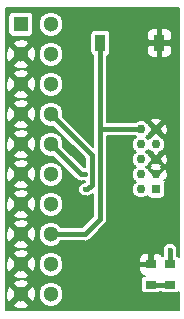
<source format=gtl>
G04 #@! TF.GenerationSoftware,KiCad,Pcbnew,5.0.1-33cea8e~68~ubuntu18.04.1*
G04 #@! TF.CreationDate,2018-11-22T22:55:41+01:00*
G04 #@! TF.ProjectId,jtag_20pin_to_10pin,6A7461675F323070696E5F746F5F3130,rev?*
G04 #@! TF.SameCoordinates,Original*
G04 #@! TF.FileFunction,Copper,L1,Top,Signal*
G04 #@! TF.FilePolarity,Positive*
%FSLAX46Y46*%
G04 Gerber Fmt 4.6, Leading zero omitted, Abs format (unit mm)*
G04 Created by KiCad (PCBNEW 5.0.1-33cea8e~68~ubuntu18.04.1) date do 22 nov 2018 22:55:41 CET*
%MOMM*%
%LPD*%
G01*
G04 APERTURE LIST*
G04 #@! TA.AperFunction,SMDPad,CuDef*
%ADD10R,0.900000X0.700000*%
G04 #@! TD*
G04 #@! TA.AperFunction,ComponentPad*
%ADD11R,1.300000X1.300000*%
G04 #@! TD*
G04 #@! TA.AperFunction,ComponentPad*
%ADD12C,1.300000*%
G04 #@! TD*
G04 #@! TA.AperFunction,ComponentPad*
%ADD13R,0.750000X0.750000*%
G04 #@! TD*
G04 #@! TA.AperFunction,ComponentPad*
%ADD14C,0.750000*%
G04 #@! TD*
G04 #@! TA.AperFunction,SMDPad,CuDef*
%ADD15R,0.900000X1.400000*%
G04 #@! TD*
G04 #@! TA.AperFunction,ViaPad*
%ADD16C,0.400000*%
G04 #@! TD*
G04 #@! TA.AperFunction,Conductor*
%ADD17C,0.400000*%
G04 #@! TD*
G04 #@! TA.AperFunction,Conductor*
%ADD18C,0.200000*%
G04 #@! TD*
G04 APERTURE END LIST*
D10*
G04 #@! TO.P,D1,1*
G04 #@! TO.N,Net-(D1-Pad1)*
X144700000Y-93150000D03*
G04 #@! TO.P,D1,2*
G04 #@! TO.N,VCC*
X144700000Y-91450000D03*
G04 #@! TD*
D11*
G04 #@! TO.P,J1,1*
G04 #@! TO.N,VCC*
X132080000Y-71120000D03*
D12*
G04 #@! TO.P,J1,2*
X134620000Y-71120000D03*
G04 #@! TO.P,J1,3*
G04 #@! TO.N,GND*
X132080000Y-73660000D03*
G04 #@! TO.P,J1,4*
G04 #@! TO.N,N/C*
X134620000Y-73660000D03*
G04 #@! TO.P,J1,5*
G04 #@! TO.N,GND*
X132080000Y-76200000D03*
G04 #@! TO.P,J1,6*
G04 #@! TO.N,/TDI*
X134620000Y-76200000D03*
G04 #@! TO.P,J1,7*
G04 #@! TO.N,GND*
X132080000Y-78740000D03*
G04 #@! TO.P,J1,8*
G04 #@! TO.N,/TMS*
X134620000Y-78740000D03*
G04 #@! TO.P,J1,9*
G04 #@! TO.N,GND*
X132080000Y-81280000D03*
G04 #@! TO.P,J1,10*
G04 #@! TO.N,/TCK*
X134620000Y-81280000D03*
G04 #@! TO.P,J1,11*
G04 #@! TO.N,GND*
X132080000Y-83820000D03*
G04 #@! TO.P,J1,12*
G04 #@! TO.N,N/C*
X134620000Y-83820000D03*
G04 #@! TO.P,J1,13*
G04 #@! TO.N,GND*
X132080000Y-86360000D03*
G04 #@! TO.P,J1,14*
G04 #@! TO.N,/TDO*
X134620000Y-86360000D03*
G04 #@! TO.P,J1,15*
G04 #@! TO.N,GND*
X132080000Y-88900000D03*
G04 #@! TO.P,J1,16*
G04 #@! TO.N,/RESET*
X134620000Y-88900000D03*
G04 #@! TO.P,J1,17*
G04 #@! TO.N,GND*
X132080000Y-91440000D03*
G04 #@! TO.P,J1,18*
G04 #@! TO.N,N/C*
X134620000Y-91440000D03*
G04 #@! TO.P,J1,19*
G04 #@! TO.N,GND*
X132080000Y-93980000D03*
G04 #@! TO.P,J1,20*
G04 #@! TO.N,N/C*
X134620000Y-93980000D03*
G04 #@! TD*
D13*
G04 #@! TO.P,J2,1*
G04 #@! TO.N,VCC*
X143510000Y-85090000D03*
D14*
G04 #@! TO.P,J2,2*
G04 #@! TO.N,/TMS*
X142240000Y-85090000D03*
G04 #@! TO.P,J2,3*
G04 #@! TO.N,GND*
X143510000Y-83820000D03*
G04 #@! TO.P,J2,4*
G04 #@! TO.N,/TCK*
X142240000Y-83820000D03*
G04 #@! TO.P,J2,5*
G04 #@! TO.N,GND*
X143510000Y-82550000D03*
G04 #@! TO.P,J2,6*
G04 #@! TO.N,/TDO*
X142240000Y-82550000D03*
G04 #@! TO.P,J2,7*
G04 #@! TO.N,N/C*
X143510000Y-81280000D03*
G04 #@! TO.P,J2,8*
G04 #@! TO.N,/TDI*
X142240000Y-81280000D03*
G04 #@! TO.P,J2,9*
G04 #@! TO.N,GND*
X143510000Y-80010000D03*
G04 #@! TO.P,J2,10*
G04 #@! TO.N,/RESET*
X142240000Y-80010000D03*
G04 #@! TD*
D10*
G04 #@! TO.P,R1,2*
G04 #@! TO.N,GND*
X143100000Y-91450000D03*
G04 #@! TO.P,R1,1*
G04 #@! TO.N,Net-(D1-Pad1)*
X143100000Y-93150000D03*
G04 #@! TD*
D15*
G04 #@! TO.P,S2,1*
G04 #@! TO.N,/RESET*
X138800000Y-72700000D03*
G04 #@! TO.P,S2,2*
G04 #@! TO.N,GND*
X143800000Y-72700000D03*
G04 #@! TD*
D16*
G04 #@! TO.N,VCC*
X144700000Y-90200000D03*
G04 #@! TO.N,GND*
X143800000Y-74500000D03*
X143100000Y-90200000D03*
G04 #@! TO.N,/TMS*
X137510000Y-85090000D03*
G04 #@! TO.N,/TCK*
X137520000Y-83820000D03*
G04 #@! TO.N,/RESET*
X138800000Y-74100000D03*
G04 #@! TD*
D17*
G04 #@! TO.N,Net-(D1-Pad1)*
X144700000Y-93150000D02*
X143100000Y-93150000D01*
G04 #@! TO.N,VCC*
X144700000Y-91450000D02*
X144700000Y-90200000D01*
G04 #@! TO.N,GND*
X143100000Y-90200000D02*
X143100000Y-91450000D01*
G04 #@! TO.N,/TMS*
X137510000Y-85090000D02*
X137710000Y-85090000D01*
X137710000Y-85090000D02*
X138100000Y-84700000D01*
X138100000Y-82220000D02*
X134620000Y-78740000D01*
X138100000Y-84700000D02*
X138100000Y-82220000D01*
G04 #@! TO.N,/TCK*
X137160000Y-83820000D02*
X134620000Y-81280000D01*
X137520000Y-83820000D02*
X137160000Y-83820000D01*
G04 #@! TO.N,/RESET*
X138800000Y-72700000D02*
X138800000Y-74100000D01*
X137500000Y-88900000D02*
X134620000Y-88900000D01*
X138800000Y-87600000D02*
X137500000Y-88900000D01*
X138810000Y-80010000D02*
X138800000Y-80000000D01*
X142240000Y-80010000D02*
X138810000Y-80010000D01*
X138800000Y-74100000D02*
X138800000Y-80000000D01*
X138800000Y-80000000D02*
X138800000Y-87600000D01*
G04 #@! TD*
D18*
G04 #@! TO.N,GND*
G36*
X145425000Y-90802673D02*
X145306072Y-90723209D01*
X145300000Y-90722001D01*
X145300000Y-90080653D01*
X145276941Y-90024983D01*
X145265187Y-89965892D01*
X145231716Y-89915799D01*
X145208656Y-89860127D01*
X145166045Y-89817516D01*
X145132575Y-89767425D01*
X145082484Y-89733955D01*
X145039873Y-89691344D01*
X144984201Y-89668284D01*
X144934108Y-89634813D01*
X144875017Y-89623059D01*
X144819347Y-89600000D01*
X144759091Y-89600000D01*
X144700000Y-89588246D01*
X144640909Y-89600000D01*
X144580653Y-89600000D01*
X144524982Y-89623059D01*
X144465893Y-89634813D01*
X144415802Y-89668283D01*
X144360127Y-89691344D01*
X144317514Y-89733957D01*
X144267426Y-89767425D01*
X144233958Y-89817513D01*
X144191344Y-89860127D01*
X144168282Y-89915803D01*
X144134814Y-89965892D01*
X144123061Y-90024978D01*
X144100000Y-90080653D01*
X144100000Y-90319347D01*
X144100001Y-90319349D01*
X144100001Y-90722001D01*
X144093928Y-90723209D01*
X144057435Y-90747593D01*
X143894404Y-90584562D01*
X143670938Y-90492000D01*
X143406000Y-90492000D01*
X143254000Y-90644000D01*
X143254000Y-91296000D01*
X143274000Y-91296000D01*
X143274000Y-91604000D01*
X143254000Y-91604000D01*
X143254000Y-91624000D01*
X142946000Y-91624000D01*
X142946000Y-91604000D01*
X142194000Y-91604000D01*
X142042000Y-91756000D01*
X142042000Y-91920939D01*
X142134563Y-92144405D01*
X142305596Y-92315438D01*
X142529062Y-92408000D01*
X142570388Y-92408000D01*
X142493928Y-92423209D01*
X142361616Y-92511616D01*
X142273209Y-92643928D01*
X142242164Y-92800000D01*
X142242164Y-93500000D01*
X142273209Y-93656072D01*
X142361616Y-93788384D01*
X142493928Y-93876791D01*
X142650000Y-93907836D01*
X143550000Y-93907836D01*
X143706072Y-93876791D01*
X143838384Y-93788384D01*
X143864031Y-93750000D01*
X143935969Y-93750000D01*
X143961616Y-93788384D01*
X144093928Y-93876791D01*
X144250000Y-93907836D01*
X145150000Y-93907836D01*
X145306072Y-93876791D01*
X145425000Y-93797327D01*
X145425000Y-95325000D01*
X130775000Y-95325000D01*
X130775000Y-94880931D01*
X131396858Y-94880931D01*
X131456122Y-95100694D01*
X131932483Y-95254134D01*
X132431302Y-95213599D01*
X132703878Y-95100694D01*
X132763142Y-94880931D01*
X132080000Y-94197789D01*
X131396858Y-94880931D01*
X130775000Y-94880931D01*
X130775000Y-93832483D01*
X130805866Y-93832483D01*
X130846401Y-94331302D01*
X130959306Y-94603878D01*
X131179069Y-94663142D01*
X131862211Y-93980000D01*
X132297789Y-93980000D01*
X132980931Y-94663142D01*
X133200694Y-94603878D01*
X133354134Y-94127517D01*
X133325175Y-93771142D01*
X133570000Y-93771142D01*
X133570000Y-94188858D01*
X133729853Y-94574777D01*
X134025223Y-94870147D01*
X134411142Y-95030000D01*
X134828858Y-95030000D01*
X135214777Y-94870147D01*
X135510147Y-94574777D01*
X135670000Y-94188858D01*
X135670000Y-93771142D01*
X135510147Y-93385223D01*
X135214777Y-93089853D01*
X134828858Y-92930000D01*
X134411142Y-92930000D01*
X134025223Y-93089853D01*
X133729853Y-93385223D01*
X133570000Y-93771142D01*
X133325175Y-93771142D01*
X133313599Y-93628698D01*
X133200694Y-93356122D01*
X132980931Y-93296858D01*
X132297789Y-93980000D01*
X131862211Y-93980000D01*
X131179069Y-93296858D01*
X130959306Y-93356122D01*
X130805866Y-93832483D01*
X130775000Y-93832483D01*
X130775000Y-93079069D01*
X131396858Y-93079069D01*
X132080000Y-93762211D01*
X132763142Y-93079069D01*
X132703878Y-92859306D01*
X132227517Y-92705866D01*
X131728698Y-92746401D01*
X131456122Y-92859306D01*
X131396858Y-93079069D01*
X130775000Y-93079069D01*
X130775000Y-92340931D01*
X131396858Y-92340931D01*
X131456122Y-92560694D01*
X131932483Y-92714134D01*
X132431302Y-92673599D01*
X132703878Y-92560694D01*
X132763142Y-92340931D01*
X132080000Y-91657789D01*
X131396858Y-92340931D01*
X130775000Y-92340931D01*
X130775000Y-91292483D01*
X130805866Y-91292483D01*
X130846401Y-91791302D01*
X130959306Y-92063878D01*
X131179069Y-92123142D01*
X131862211Y-91440000D01*
X132297789Y-91440000D01*
X132980931Y-92123142D01*
X133200694Y-92063878D01*
X133354134Y-91587517D01*
X133325175Y-91231142D01*
X133570000Y-91231142D01*
X133570000Y-91648858D01*
X133729853Y-92034777D01*
X134025223Y-92330147D01*
X134411142Y-92490000D01*
X134828858Y-92490000D01*
X135214777Y-92330147D01*
X135510147Y-92034777D01*
X135670000Y-91648858D01*
X135670000Y-91231142D01*
X135565585Y-90979061D01*
X142042000Y-90979061D01*
X142042000Y-91144000D01*
X142194000Y-91296000D01*
X142946000Y-91296000D01*
X142946000Y-90644000D01*
X142794000Y-90492000D01*
X142529062Y-90492000D01*
X142305596Y-90584562D01*
X142134563Y-90755595D01*
X142042000Y-90979061D01*
X135565585Y-90979061D01*
X135510147Y-90845223D01*
X135214777Y-90549853D01*
X134828858Y-90390000D01*
X134411142Y-90390000D01*
X134025223Y-90549853D01*
X133729853Y-90845223D01*
X133570000Y-91231142D01*
X133325175Y-91231142D01*
X133313599Y-91088698D01*
X133200694Y-90816122D01*
X132980931Y-90756858D01*
X132297789Y-91440000D01*
X131862211Y-91440000D01*
X131179069Y-90756858D01*
X130959306Y-90816122D01*
X130805866Y-91292483D01*
X130775000Y-91292483D01*
X130775000Y-90539069D01*
X131396858Y-90539069D01*
X132080000Y-91222211D01*
X132763142Y-90539069D01*
X132703878Y-90319306D01*
X132227517Y-90165866D01*
X131728698Y-90206401D01*
X131456122Y-90319306D01*
X131396858Y-90539069D01*
X130775000Y-90539069D01*
X130775000Y-89800931D01*
X131396858Y-89800931D01*
X131456122Y-90020694D01*
X131932483Y-90174134D01*
X132431302Y-90133599D01*
X132703878Y-90020694D01*
X132763142Y-89800931D01*
X132080000Y-89117789D01*
X131396858Y-89800931D01*
X130775000Y-89800931D01*
X130775000Y-88752483D01*
X130805866Y-88752483D01*
X130846401Y-89251302D01*
X130959306Y-89523878D01*
X131179069Y-89583142D01*
X131862211Y-88900000D01*
X132297789Y-88900000D01*
X132980931Y-89583142D01*
X133200694Y-89523878D01*
X133354134Y-89047517D01*
X133313599Y-88548698D01*
X133200694Y-88276122D01*
X132980931Y-88216858D01*
X132297789Y-88900000D01*
X131862211Y-88900000D01*
X131179069Y-88216858D01*
X130959306Y-88276122D01*
X130805866Y-88752483D01*
X130775000Y-88752483D01*
X130775000Y-87999069D01*
X131396858Y-87999069D01*
X132080000Y-88682211D01*
X132763142Y-87999069D01*
X132703878Y-87779306D01*
X132227517Y-87625866D01*
X131728698Y-87666401D01*
X131456122Y-87779306D01*
X131396858Y-87999069D01*
X130775000Y-87999069D01*
X130775000Y-87260931D01*
X131396858Y-87260931D01*
X131456122Y-87480694D01*
X131932483Y-87634134D01*
X132431302Y-87593599D01*
X132703878Y-87480694D01*
X132763142Y-87260931D01*
X132080000Y-86577789D01*
X131396858Y-87260931D01*
X130775000Y-87260931D01*
X130775000Y-86212483D01*
X130805866Y-86212483D01*
X130846401Y-86711302D01*
X130959306Y-86983878D01*
X131179069Y-87043142D01*
X131862211Y-86360000D01*
X132297789Y-86360000D01*
X132980931Y-87043142D01*
X133200694Y-86983878D01*
X133354134Y-86507517D01*
X133325175Y-86151142D01*
X133570000Y-86151142D01*
X133570000Y-86568858D01*
X133729853Y-86954777D01*
X134025223Y-87250147D01*
X134411142Y-87410000D01*
X134828858Y-87410000D01*
X135214777Y-87250147D01*
X135510147Y-86954777D01*
X135670000Y-86568858D01*
X135670000Y-86151142D01*
X135510147Y-85765223D01*
X135214777Y-85469853D01*
X134828858Y-85310000D01*
X134411142Y-85310000D01*
X134025223Y-85469853D01*
X133729853Y-85765223D01*
X133570000Y-86151142D01*
X133325175Y-86151142D01*
X133313599Y-86008698D01*
X133200694Y-85736122D01*
X132980931Y-85676858D01*
X132297789Y-86360000D01*
X131862211Y-86360000D01*
X131179069Y-85676858D01*
X130959306Y-85736122D01*
X130805866Y-86212483D01*
X130775000Y-86212483D01*
X130775000Y-85459069D01*
X131396858Y-85459069D01*
X132080000Y-86142211D01*
X132763142Y-85459069D01*
X132703878Y-85239306D01*
X132227517Y-85085866D01*
X131728698Y-85126401D01*
X131456122Y-85239306D01*
X131396858Y-85459069D01*
X130775000Y-85459069D01*
X130775000Y-84720931D01*
X131396858Y-84720931D01*
X131456122Y-84940694D01*
X131932483Y-85094134D01*
X132431302Y-85053599D01*
X132703878Y-84940694D01*
X132763142Y-84720931D01*
X132080000Y-84037789D01*
X131396858Y-84720931D01*
X130775000Y-84720931D01*
X130775000Y-83672483D01*
X130805866Y-83672483D01*
X130846401Y-84171302D01*
X130959306Y-84443878D01*
X131179069Y-84503142D01*
X131862211Y-83820000D01*
X132297789Y-83820000D01*
X132980931Y-84503142D01*
X133200694Y-84443878D01*
X133354134Y-83967517D01*
X133325175Y-83611142D01*
X133570000Y-83611142D01*
X133570000Y-84028858D01*
X133729853Y-84414777D01*
X134025223Y-84710147D01*
X134411142Y-84870000D01*
X134828858Y-84870000D01*
X135214777Y-84710147D01*
X135510147Y-84414777D01*
X135670000Y-84028858D01*
X135670000Y-83611142D01*
X135510147Y-83225223D01*
X135214777Y-82929853D01*
X134828858Y-82770000D01*
X134411142Y-82770000D01*
X134025223Y-82929853D01*
X133729853Y-83225223D01*
X133570000Y-83611142D01*
X133325175Y-83611142D01*
X133313599Y-83468698D01*
X133200694Y-83196122D01*
X132980931Y-83136858D01*
X132297789Y-83820000D01*
X131862211Y-83820000D01*
X131179069Y-83136858D01*
X130959306Y-83196122D01*
X130805866Y-83672483D01*
X130775000Y-83672483D01*
X130775000Y-82919069D01*
X131396858Y-82919069D01*
X132080000Y-83602211D01*
X132763142Y-82919069D01*
X132703878Y-82699306D01*
X132227517Y-82545866D01*
X131728698Y-82586401D01*
X131456122Y-82699306D01*
X131396858Y-82919069D01*
X130775000Y-82919069D01*
X130775000Y-82180931D01*
X131396858Y-82180931D01*
X131456122Y-82400694D01*
X131932483Y-82554134D01*
X132431302Y-82513599D01*
X132703878Y-82400694D01*
X132763142Y-82180931D01*
X132080000Y-81497789D01*
X131396858Y-82180931D01*
X130775000Y-82180931D01*
X130775000Y-81132483D01*
X130805866Y-81132483D01*
X130846401Y-81631302D01*
X130959306Y-81903878D01*
X131179069Y-81963142D01*
X131862211Y-81280000D01*
X132297789Y-81280000D01*
X132980931Y-81963142D01*
X133200694Y-81903878D01*
X133354134Y-81427517D01*
X133313599Y-80928698D01*
X133200694Y-80656122D01*
X132980931Y-80596858D01*
X132297789Y-81280000D01*
X131862211Y-81280000D01*
X131179069Y-80596858D01*
X130959306Y-80656122D01*
X130805866Y-81132483D01*
X130775000Y-81132483D01*
X130775000Y-80379069D01*
X131396858Y-80379069D01*
X132080000Y-81062211D01*
X132763142Y-80379069D01*
X132703878Y-80159306D01*
X132227517Y-80005866D01*
X131728698Y-80046401D01*
X131456122Y-80159306D01*
X131396858Y-80379069D01*
X130775000Y-80379069D01*
X130775000Y-79640931D01*
X131396858Y-79640931D01*
X131456122Y-79860694D01*
X131932483Y-80014134D01*
X132431302Y-79973599D01*
X132703878Y-79860694D01*
X132763142Y-79640931D01*
X132080000Y-78957789D01*
X131396858Y-79640931D01*
X130775000Y-79640931D01*
X130775000Y-78592483D01*
X130805866Y-78592483D01*
X130846401Y-79091302D01*
X130959306Y-79363878D01*
X131179069Y-79423142D01*
X131862211Y-78740000D01*
X132297789Y-78740000D01*
X132980931Y-79423142D01*
X133200694Y-79363878D01*
X133354134Y-78887517D01*
X133325175Y-78531142D01*
X133570000Y-78531142D01*
X133570000Y-78948858D01*
X133729853Y-79334777D01*
X134025223Y-79630147D01*
X134411142Y-79790000D01*
X134821473Y-79790000D01*
X137500001Y-82468529D01*
X137500001Y-83220000D01*
X137408528Y-83220000D01*
X135670000Y-81481473D01*
X135670000Y-81071142D01*
X135510147Y-80685223D01*
X135214777Y-80389853D01*
X134828858Y-80230000D01*
X134411142Y-80230000D01*
X134025223Y-80389853D01*
X133729853Y-80685223D01*
X133570000Y-81071142D01*
X133570000Y-81488858D01*
X133729853Y-81874777D01*
X134025223Y-82170147D01*
X134411142Y-82330000D01*
X134821473Y-82330000D01*
X136693953Y-84202481D01*
X136727425Y-84252575D01*
X136925892Y-84385187D01*
X137100909Y-84420000D01*
X137100913Y-84420000D01*
X137159999Y-84431753D01*
X137219085Y-84420000D01*
X137500000Y-84420000D01*
X137500000Y-84451472D01*
X137461473Y-84490000D01*
X137390653Y-84490000D01*
X137334983Y-84513059D01*
X137275892Y-84524813D01*
X137225799Y-84558284D01*
X137170127Y-84581344D01*
X137127516Y-84623955D01*
X137077425Y-84657425D01*
X137043955Y-84707516D01*
X137001344Y-84750127D01*
X136978284Y-84805799D01*
X136944813Y-84855892D01*
X136933059Y-84914983D01*
X136910000Y-84970653D01*
X136910000Y-85030909D01*
X136898246Y-85090000D01*
X136910000Y-85149091D01*
X136910000Y-85209347D01*
X136933059Y-85265017D01*
X136944813Y-85324108D01*
X136978284Y-85374201D01*
X137001344Y-85429873D01*
X137043955Y-85472484D01*
X137077425Y-85522575D01*
X137127516Y-85556045D01*
X137170127Y-85598656D01*
X137225799Y-85621716D01*
X137275892Y-85655187D01*
X137334983Y-85666941D01*
X137390653Y-85690000D01*
X137650914Y-85690000D01*
X137710000Y-85701753D01*
X137769086Y-85690000D01*
X137769091Y-85690000D01*
X137944108Y-85655187D01*
X138142575Y-85522575D01*
X138176048Y-85472479D01*
X138200001Y-85448527D01*
X138200001Y-87351471D01*
X137251473Y-88300000D01*
X135504924Y-88300000D01*
X135214777Y-88009853D01*
X134828858Y-87850000D01*
X134411142Y-87850000D01*
X134025223Y-88009853D01*
X133729853Y-88305223D01*
X133570000Y-88691142D01*
X133570000Y-89108858D01*
X133729853Y-89494777D01*
X134025223Y-89790147D01*
X134411142Y-89950000D01*
X134828858Y-89950000D01*
X135214777Y-89790147D01*
X135504924Y-89500000D01*
X137440914Y-89500000D01*
X137500000Y-89511753D01*
X137559086Y-89500000D01*
X137559091Y-89500000D01*
X137734108Y-89465187D01*
X137932575Y-89332575D01*
X137966049Y-89282479D01*
X139182481Y-88066047D01*
X139232575Y-88032575D01*
X139365187Y-87834108D01*
X139400000Y-87659091D01*
X139400000Y-87659088D01*
X139411753Y-87600000D01*
X139400000Y-87540912D01*
X139400000Y-80610000D01*
X141743985Y-80610000D01*
X141778985Y-80645000D01*
X141582987Y-80840998D01*
X141465000Y-81125843D01*
X141465000Y-81434157D01*
X141582987Y-81719002D01*
X141778985Y-81915000D01*
X141582987Y-82110998D01*
X141465000Y-82395843D01*
X141465000Y-82704157D01*
X141582987Y-82989002D01*
X141778985Y-83185000D01*
X141582987Y-83380998D01*
X141465000Y-83665843D01*
X141465000Y-83974157D01*
X141582987Y-84259002D01*
X141778985Y-84455000D01*
X141582987Y-84650998D01*
X141465000Y-84935843D01*
X141465000Y-85244157D01*
X141582987Y-85529002D01*
X141800998Y-85747013D01*
X142085843Y-85865000D01*
X142394157Y-85865000D01*
X142679002Y-85747013D01*
X142776928Y-85649087D01*
X142846616Y-85753384D01*
X142978928Y-85841791D01*
X143135000Y-85872836D01*
X143885000Y-85872836D01*
X144041072Y-85841791D01*
X144173384Y-85753384D01*
X144261791Y-85621072D01*
X144292836Y-85465000D01*
X144292836Y-84715000D01*
X144261791Y-84558928D01*
X144231317Y-84513319D01*
X144326214Y-84418422D01*
X144210176Y-84302385D01*
X144401734Y-84277528D01*
X144508942Y-83901449D01*
X144464072Y-83512971D01*
X144401734Y-83362472D01*
X144210174Y-83337615D01*
X143727789Y-83820000D01*
X143741931Y-83834142D01*
X143524142Y-84051931D01*
X143510000Y-84037789D01*
X143495858Y-84051931D01*
X143278069Y-83834142D01*
X143292211Y-83820000D01*
X142927987Y-83455776D01*
X142897013Y-83380998D01*
X142701015Y-83185000D01*
X142766189Y-83119826D01*
X143027615Y-83119826D01*
X143092789Y-83185000D01*
X143027615Y-83250174D01*
X143052472Y-83441734D01*
X143428551Y-83548942D01*
X143453813Y-83546024D01*
X143510000Y-83602211D01*
X143580861Y-83531350D01*
X143817029Y-83504072D01*
X143967528Y-83441734D01*
X143992385Y-83250174D01*
X143927211Y-83185000D01*
X143992385Y-83119826D01*
X143967528Y-82928266D01*
X143591449Y-82821058D01*
X143566187Y-82823976D01*
X143510000Y-82767789D01*
X143439139Y-82838650D01*
X143202971Y-82865928D01*
X143052472Y-82928266D01*
X143027615Y-83119826D01*
X142766189Y-83119826D01*
X142897013Y-82989002D01*
X142927987Y-82914224D01*
X143292211Y-82550000D01*
X143727789Y-82550000D01*
X144210174Y-83032385D01*
X144401734Y-83007528D01*
X144508942Y-82631449D01*
X144464072Y-82242971D01*
X144401734Y-82092472D01*
X144210174Y-82067615D01*
X143727789Y-82550000D01*
X143292211Y-82550000D01*
X142927987Y-82185776D01*
X142897013Y-82110998D01*
X142701015Y-81915000D01*
X142875000Y-81741015D01*
X143070998Y-81937013D01*
X143145776Y-81967987D01*
X143510000Y-82332211D01*
X143874224Y-81967987D01*
X143949002Y-81937013D01*
X144167013Y-81719002D01*
X144285000Y-81434157D01*
X144285000Y-81125843D01*
X144167013Y-80840998D01*
X143949002Y-80622987D01*
X143874224Y-80592013D01*
X143510000Y-80227789D01*
X143145776Y-80592013D01*
X143070998Y-80622987D01*
X142875000Y-80818985D01*
X142701015Y-80645000D01*
X142897013Y-80449002D01*
X142927987Y-80374224D01*
X143292211Y-80010000D01*
X143727789Y-80010000D01*
X144210174Y-80492385D01*
X144401734Y-80467528D01*
X144508942Y-80091449D01*
X144464072Y-79702971D01*
X144401734Y-79552472D01*
X144210174Y-79527615D01*
X143727789Y-80010000D01*
X143292211Y-80010000D01*
X142927987Y-79645776D01*
X142897013Y-79570998D01*
X142679002Y-79352987D01*
X142574803Y-79309826D01*
X143027615Y-79309826D01*
X143510000Y-79792211D01*
X143992385Y-79309826D01*
X143967528Y-79118266D01*
X143591449Y-79011058D01*
X143202971Y-79055928D01*
X143052472Y-79118266D01*
X143027615Y-79309826D01*
X142574803Y-79309826D01*
X142394157Y-79235000D01*
X142085843Y-79235000D01*
X141800998Y-79352987D01*
X141743985Y-79410000D01*
X139400000Y-79410000D01*
X139400000Y-73777999D01*
X139406072Y-73776791D01*
X139538384Y-73688384D01*
X139626791Y-73556072D01*
X139657836Y-73400000D01*
X139657836Y-73006000D01*
X142742000Y-73006000D01*
X142742000Y-73520938D01*
X142834562Y-73744404D01*
X143005595Y-73915437D01*
X143229061Y-74008000D01*
X143494000Y-74008000D01*
X143646000Y-73856000D01*
X143646000Y-72854000D01*
X143954000Y-72854000D01*
X143954000Y-73856000D01*
X144106000Y-74008000D01*
X144370939Y-74008000D01*
X144594405Y-73915437D01*
X144765438Y-73744404D01*
X144858000Y-73520938D01*
X144858000Y-73006000D01*
X144706000Y-72854000D01*
X143954000Y-72854000D01*
X143646000Y-72854000D01*
X142894000Y-72854000D01*
X142742000Y-73006000D01*
X139657836Y-73006000D01*
X139657836Y-72000000D01*
X139633780Y-71879062D01*
X142742000Y-71879062D01*
X142742000Y-72394000D01*
X142894000Y-72546000D01*
X143646000Y-72546000D01*
X143646000Y-71544000D01*
X143954000Y-71544000D01*
X143954000Y-72546000D01*
X144706000Y-72546000D01*
X144858000Y-72394000D01*
X144858000Y-71879062D01*
X144765438Y-71655596D01*
X144594405Y-71484563D01*
X144370939Y-71392000D01*
X144106000Y-71392000D01*
X143954000Y-71544000D01*
X143646000Y-71544000D01*
X143494000Y-71392000D01*
X143229061Y-71392000D01*
X143005595Y-71484563D01*
X142834562Y-71655596D01*
X142742000Y-71879062D01*
X139633780Y-71879062D01*
X139626791Y-71843928D01*
X139538384Y-71711616D01*
X139406072Y-71623209D01*
X139250000Y-71592164D01*
X138350000Y-71592164D01*
X138193928Y-71623209D01*
X138061616Y-71711616D01*
X137973209Y-71843928D01*
X137942164Y-72000000D01*
X137942164Y-73400000D01*
X137973209Y-73556072D01*
X138061616Y-73688384D01*
X138193928Y-73776791D01*
X138200001Y-73777999D01*
X138200001Y-73980651D01*
X138200000Y-73980653D01*
X138200000Y-74040910D01*
X138200001Y-79940905D01*
X138200000Y-79940910D01*
X138200000Y-79940914D01*
X138188247Y-80000000D01*
X138200000Y-80059086D01*
X138200000Y-81471472D01*
X135670000Y-78941473D01*
X135670000Y-78531142D01*
X135510147Y-78145223D01*
X135214777Y-77849853D01*
X134828858Y-77690000D01*
X134411142Y-77690000D01*
X134025223Y-77849853D01*
X133729853Y-78145223D01*
X133570000Y-78531142D01*
X133325175Y-78531142D01*
X133313599Y-78388698D01*
X133200694Y-78116122D01*
X132980931Y-78056858D01*
X132297789Y-78740000D01*
X131862211Y-78740000D01*
X131179069Y-78056858D01*
X130959306Y-78116122D01*
X130805866Y-78592483D01*
X130775000Y-78592483D01*
X130775000Y-77839069D01*
X131396858Y-77839069D01*
X132080000Y-78522211D01*
X132763142Y-77839069D01*
X132703878Y-77619306D01*
X132227517Y-77465866D01*
X131728698Y-77506401D01*
X131456122Y-77619306D01*
X131396858Y-77839069D01*
X130775000Y-77839069D01*
X130775000Y-77100931D01*
X131396858Y-77100931D01*
X131456122Y-77320694D01*
X131932483Y-77474134D01*
X132431302Y-77433599D01*
X132703878Y-77320694D01*
X132763142Y-77100931D01*
X132080000Y-76417789D01*
X131396858Y-77100931D01*
X130775000Y-77100931D01*
X130775000Y-76052483D01*
X130805866Y-76052483D01*
X130846401Y-76551302D01*
X130959306Y-76823878D01*
X131179069Y-76883142D01*
X131862211Y-76200000D01*
X132297789Y-76200000D01*
X132980931Y-76883142D01*
X133200694Y-76823878D01*
X133354134Y-76347517D01*
X133325175Y-75991142D01*
X133570000Y-75991142D01*
X133570000Y-76408858D01*
X133729853Y-76794777D01*
X134025223Y-77090147D01*
X134411142Y-77250000D01*
X134828858Y-77250000D01*
X135214777Y-77090147D01*
X135510147Y-76794777D01*
X135670000Y-76408858D01*
X135670000Y-75991142D01*
X135510147Y-75605223D01*
X135214777Y-75309853D01*
X134828858Y-75150000D01*
X134411142Y-75150000D01*
X134025223Y-75309853D01*
X133729853Y-75605223D01*
X133570000Y-75991142D01*
X133325175Y-75991142D01*
X133313599Y-75848698D01*
X133200694Y-75576122D01*
X132980931Y-75516858D01*
X132297789Y-76200000D01*
X131862211Y-76200000D01*
X131179069Y-75516858D01*
X130959306Y-75576122D01*
X130805866Y-76052483D01*
X130775000Y-76052483D01*
X130775000Y-75299069D01*
X131396858Y-75299069D01*
X132080000Y-75982211D01*
X132763142Y-75299069D01*
X132703878Y-75079306D01*
X132227517Y-74925866D01*
X131728698Y-74966401D01*
X131456122Y-75079306D01*
X131396858Y-75299069D01*
X130775000Y-75299069D01*
X130775000Y-74560931D01*
X131396858Y-74560931D01*
X131456122Y-74780694D01*
X131932483Y-74934134D01*
X132431302Y-74893599D01*
X132703878Y-74780694D01*
X132763142Y-74560931D01*
X132080000Y-73877789D01*
X131396858Y-74560931D01*
X130775000Y-74560931D01*
X130775000Y-73512483D01*
X130805866Y-73512483D01*
X130846401Y-74011302D01*
X130959306Y-74283878D01*
X131179069Y-74343142D01*
X131862211Y-73660000D01*
X132297789Y-73660000D01*
X132980931Y-74343142D01*
X133200694Y-74283878D01*
X133354134Y-73807517D01*
X133325175Y-73451142D01*
X133570000Y-73451142D01*
X133570000Y-73868858D01*
X133729853Y-74254777D01*
X134025223Y-74550147D01*
X134411142Y-74710000D01*
X134828858Y-74710000D01*
X135214777Y-74550147D01*
X135510147Y-74254777D01*
X135670000Y-73868858D01*
X135670000Y-73451142D01*
X135510147Y-73065223D01*
X135214777Y-72769853D01*
X134828858Y-72610000D01*
X134411142Y-72610000D01*
X134025223Y-72769853D01*
X133729853Y-73065223D01*
X133570000Y-73451142D01*
X133325175Y-73451142D01*
X133313599Y-73308698D01*
X133200694Y-73036122D01*
X132980931Y-72976858D01*
X132297789Y-73660000D01*
X131862211Y-73660000D01*
X131179069Y-72976858D01*
X130959306Y-73036122D01*
X130805866Y-73512483D01*
X130775000Y-73512483D01*
X130775000Y-72759069D01*
X131396858Y-72759069D01*
X132080000Y-73442211D01*
X132763142Y-72759069D01*
X132703878Y-72539306D01*
X132227517Y-72385866D01*
X131728698Y-72426401D01*
X131456122Y-72539306D01*
X131396858Y-72759069D01*
X130775000Y-72759069D01*
X130775000Y-70470000D01*
X131022164Y-70470000D01*
X131022164Y-71770000D01*
X131053209Y-71926072D01*
X131141616Y-72058384D01*
X131273928Y-72146791D01*
X131430000Y-72177836D01*
X132730000Y-72177836D01*
X132886072Y-72146791D01*
X133018384Y-72058384D01*
X133106791Y-71926072D01*
X133137836Y-71770000D01*
X133137836Y-70911142D01*
X133570000Y-70911142D01*
X133570000Y-71328858D01*
X133729853Y-71714777D01*
X134025223Y-72010147D01*
X134411142Y-72170000D01*
X134828858Y-72170000D01*
X135214777Y-72010147D01*
X135510147Y-71714777D01*
X135670000Y-71328858D01*
X135670000Y-70911142D01*
X135510147Y-70525223D01*
X135214777Y-70229853D01*
X134828858Y-70070000D01*
X134411142Y-70070000D01*
X134025223Y-70229853D01*
X133729853Y-70525223D01*
X133570000Y-70911142D01*
X133137836Y-70911142D01*
X133137836Y-70470000D01*
X133106791Y-70313928D01*
X133018384Y-70181616D01*
X132886072Y-70093209D01*
X132730000Y-70062164D01*
X131430000Y-70062164D01*
X131273928Y-70093209D01*
X131141616Y-70181616D01*
X131053209Y-70313928D01*
X131022164Y-70470000D01*
X130775000Y-70470000D01*
X130775000Y-69775000D01*
X145425001Y-69775000D01*
X145425000Y-90802673D01*
X145425000Y-90802673D01*
G37*
X145425000Y-90802673D02*
X145306072Y-90723209D01*
X145300000Y-90722001D01*
X145300000Y-90080653D01*
X145276941Y-90024983D01*
X145265187Y-89965892D01*
X145231716Y-89915799D01*
X145208656Y-89860127D01*
X145166045Y-89817516D01*
X145132575Y-89767425D01*
X145082484Y-89733955D01*
X145039873Y-89691344D01*
X144984201Y-89668284D01*
X144934108Y-89634813D01*
X144875017Y-89623059D01*
X144819347Y-89600000D01*
X144759091Y-89600000D01*
X144700000Y-89588246D01*
X144640909Y-89600000D01*
X144580653Y-89600000D01*
X144524982Y-89623059D01*
X144465893Y-89634813D01*
X144415802Y-89668283D01*
X144360127Y-89691344D01*
X144317514Y-89733957D01*
X144267426Y-89767425D01*
X144233958Y-89817513D01*
X144191344Y-89860127D01*
X144168282Y-89915803D01*
X144134814Y-89965892D01*
X144123061Y-90024978D01*
X144100000Y-90080653D01*
X144100000Y-90319347D01*
X144100001Y-90319349D01*
X144100001Y-90722001D01*
X144093928Y-90723209D01*
X144057435Y-90747593D01*
X143894404Y-90584562D01*
X143670938Y-90492000D01*
X143406000Y-90492000D01*
X143254000Y-90644000D01*
X143254000Y-91296000D01*
X143274000Y-91296000D01*
X143274000Y-91604000D01*
X143254000Y-91604000D01*
X143254000Y-91624000D01*
X142946000Y-91624000D01*
X142946000Y-91604000D01*
X142194000Y-91604000D01*
X142042000Y-91756000D01*
X142042000Y-91920939D01*
X142134563Y-92144405D01*
X142305596Y-92315438D01*
X142529062Y-92408000D01*
X142570388Y-92408000D01*
X142493928Y-92423209D01*
X142361616Y-92511616D01*
X142273209Y-92643928D01*
X142242164Y-92800000D01*
X142242164Y-93500000D01*
X142273209Y-93656072D01*
X142361616Y-93788384D01*
X142493928Y-93876791D01*
X142650000Y-93907836D01*
X143550000Y-93907836D01*
X143706072Y-93876791D01*
X143838384Y-93788384D01*
X143864031Y-93750000D01*
X143935969Y-93750000D01*
X143961616Y-93788384D01*
X144093928Y-93876791D01*
X144250000Y-93907836D01*
X145150000Y-93907836D01*
X145306072Y-93876791D01*
X145425000Y-93797327D01*
X145425000Y-95325000D01*
X130775000Y-95325000D01*
X130775000Y-94880931D01*
X131396858Y-94880931D01*
X131456122Y-95100694D01*
X131932483Y-95254134D01*
X132431302Y-95213599D01*
X132703878Y-95100694D01*
X132763142Y-94880931D01*
X132080000Y-94197789D01*
X131396858Y-94880931D01*
X130775000Y-94880931D01*
X130775000Y-93832483D01*
X130805866Y-93832483D01*
X130846401Y-94331302D01*
X130959306Y-94603878D01*
X131179069Y-94663142D01*
X131862211Y-93980000D01*
X132297789Y-93980000D01*
X132980931Y-94663142D01*
X133200694Y-94603878D01*
X133354134Y-94127517D01*
X133325175Y-93771142D01*
X133570000Y-93771142D01*
X133570000Y-94188858D01*
X133729853Y-94574777D01*
X134025223Y-94870147D01*
X134411142Y-95030000D01*
X134828858Y-95030000D01*
X135214777Y-94870147D01*
X135510147Y-94574777D01*
X135670000Y-94188858D01*
X135670000Y-93771142D01*
X135510147Y-93385223D01*
X135214777Y-93089853D01*
X134828858Y-92930000D01*
X134411142Y-92930000D01*
X134025223Y-93089853D01*
X133729853Y-93385223D01*
X133570000Y-93771142D01*
X133325175Y-93771142D01*
X133313599Y-93628698D01*
X133200694Y-93356122D01*
X132980931Y-93296858D01*
X132297789Y-93980000D01*
X131862211Y-93980000D01*
X131179069Y-93296858D01*
X130959306Y-93356122D01*
X130805866Y-93832483D01*
X130775000Y-93832483D01*
X130775000Y-93079069D01*
X131396858Y-93079069D01*
X132080000Y-93762211D01*
X132763142Y-93079069D01*
X132703878Y-92859306D01*
X132227517Y-92705866D01*
X131728698Y-92746401D01*
X131456122Y-92859306D01*
X131396858Y-93079069D01*
X130775000Y-93079069D01*
X130775000Y-92340931D01*
X131396858Y-92340931D01*
X131456122Y-92560694D01*
X131932483Y-92714134D01*
X132431302Y-92673599D01*
X132703878Y-92560694D01*
X132763142Y-92340931D01*
X132080000Y-91657789D01*
X131396858Y-92340931D01*
X130775000Y-92340931D01*
X130775000Y-91292483D01*
X130805866Y-91292483D01*
X130846401Y-91791302D01*
X130959306Y-92063878D01*
X131179069Y-92123142D01*
X131862211Y-91440000D01*
X132297789Y-91440000D01*
X132980931Y-92123142D01*
X133200694Y-92063878D01*
X133354134Y-91587517D01*
X133325175Y-91231142D01*
X133570000Y-91231142D01*
X133570000Y-91648858D01*
X133729853Y-92034777D01*
X134025223Y-92330147D01*
X134411142Y-92490000D01*
X134828858Y-92490000D01*
X135214777Y-92330147D01*
X135510147Y-92034777D01*
X135670000Y-91648858D01*
X135670000Y-91231142D01*
X135565585Y-90979061D01*
X142042000Y-90979061D01*
X142042000Y-91144000D01*
X142194000Y-91296000D01*
X142946000Y-91296000D01*
X142946000Y-90644000D01*
X142794000Y-90492000D01*
X142529062Y-90492000D01*
X142305596Y-90584562D01*
X142134563Y-90755595D01*
X142042000Y-90979061D01*
X135565585Y-90979061D01*
X135510147Y-90845223D01*
X135214777Y-90549853D01*
X134828858Y-90390000D01*
X134411142Y-90390000D01*
X134025223Y-90549853D01*
X133729853Y-90845223D01*
X133570000Y-91231142D01*
X133325175Y-91231142D01*
X133313599Y-91088698D01*
X133200694Y-90816122D01*
X132980931Y-90756858D01*
X132297789Y-91440000D01*
X131862211Y-91440000D01*
X131179069Y-90756858D01*
X130959306Y-90816122D01*
X130805866Y-91292483D01*
X130775000Y-91292483D01*
X130775000Y-90539069D01*
X131396858Y-90539069D01*
X132080000Y-91222211D01*
X132763142Y-90539069D01*
X132703878Y-90319306D01*
X132227517Y-90165866D01*
X131728698Y-90206401D01*
X131456122Y-90319306D01*
X131396858Y-90539069D01*
X130775000Y-90539069D01*
X130775000Y-89800931D01*
X131396858Y-89800931D01*
X131456122Y-90020694D01*
X131932483Y-90174134D01*
X132431302Y-90133599D01*
X132703878Y-90020694D01*
X132763142Y-89800931D01*
X132080000Y-89117789D01*
X131396858Y-89800931D01*
X130775000Y-89800931D01*
X130775000Y-88752483D01*
X130805866Y-88752483D01*
X130846401Y-89251302D01*
X130959306Y-89523878D01*
X131179069Y-89583142D01*
X131862211Y-88900000D01*
X132297789Y-88900000D01*
X132980931Y-89583142D01*
X133200694Y-89523878D01*
X133354134Y-89047517D01*
X133313599Y-88548698D01*
X133200694Y-88276122D01*
X132980931Y-88216858D01*
X132297789Y-88900000D01*
X131862211Y-88900000D01*
X131179069Y-88216858D01*
X130959306Y-88276122D01*
X130805866Y-88752483D01*
X130775000Y-88752483D01*
X130775000Y-87999069D01*
X131396858Y-87999069D01*
X132080000Y-88682211D01*
X132763142Y-87999069D01*
X132703878Y-87779306D01*
X132227517Y-87625866D01*
X131728698Y-87666401D01*
X131456122Y-87779306D01*
X131396858Y-87999069D01*
X130775000Y-87999069D01*
X130775000Y-87260931D01*
X131396858Y-87260931D01*
X131456122Y-87480694D01*
X131932483Y-87634134D01*
X132431302Y-87593599D01*
X132703878Y-87480694D01*
X132763142Y-87260931D01*
X132080000Y-86577789D01*
X131396858Y-87260931D01*
X130775000Y-87260931D01*
X130775000Y-86212483D01*
X130805866Y-86212483D01*
X130846401Y-86711302D01*
X130959306Y-86983878D01*
X131179069Y-87043142D01*
X131862211Y-86360000D01*
X132297789Y-86360000D01*
X132980931Y-87043142D01*
X133200694Y-86983878D01*
X133354134Y-86507517D01*
X133325175Y-86151142D01*
X133570000Y-86151142D01*
X133570000Y-86568858D01*
X133729853Y-86954777D01*
X134025223Y-87250147D01*
X134411142Y-87410000D01*
X134828858Y-87410000D01*
X135214777Y-87250147D01*
X135510147Y-86954777D01*
X135670000Y-86568858D01*
X135670000Y-86151142D01*
X135510147Y-85765223D01*
X135214777Y-85469853D01*
X134828858Y-85310000D01*
X134411142Y-85310000D01*
X134025223Y-85469853D01*
X133729853Y-85765223D01*
X133570000Y-86151142D01*
X133325175Y-86151142D01*
X133313599Y-86008698D01*
X133200694Y-85736122D01*
X132980931Y-85676858D01*
X132297789Y-86360000D01*
X131862211Y-86360000D01*
X131179069Y-85676858D01*
X130959306Y-85736122D01*
X130805866Y-86212483D01*
X130775000Y-86212483D01*
X130775000Y-85459069D01*
X131396858Y-85459069D01*
X132080000Y-86142211D01*
X132763142Y-85459069D01*
X132703878Y-85239306D01*
X132227517Y-85085866D01*
X131728698Y-85126401D01*
X131456122Y-85239306D01*
X131396858Y-85459069D01*
X130775000Y-85459069D01*
X130775000Y-84720931D01*
X131396858Y-84720931D01*
X131456122Y-84940694D01*
X131932483Y-85094134D01*
X132431302Y-85053599D01*
X132703878Y-84940694D01*
X132763142Y-84720931D01*
X132080000Y-84037789D01*
X131396858Y-84720931D01*
X130775000Y-84720931D01*
X130775000Y-83672483D01*
X130805866Y-83672483D01*
X130846401Y-84171302D01*
X130959306Y-84443878D01*
X131179069Y-84503142D01*
X131862211Y-83820000D01*
X132297789Y-83820000D01*
X132980931Y-84503142D01*
X133200694Y-84443878D01*
X133354134Y-83967517D01*
X133325175Y-83611142D01*
X133570000Y-83611142D01*
X133570000Y-84028858D01*
X133729853Y-84414777D01*
X134025223Y-84710147D01*
X134411142Y-84870000D01*
X134828858Y-84870000D01*
X135214777Y-84710147D01*
X135510147Y-84414777D01*
X135670000Y-84028858D01*
X135670000Y-83611142D01*
X135510147Y-83225223D01*
X135214777Y-82929853D01*
X134828858Y-82770000D01*
X134411142Y-82770000D01*
X134025223Y-82929853D01*
X133729853Y-83225223D01*
X133570000Y-83611142D01*
X133325175Y-83611142D01*
X133313599Y-83468698D01*
X133200694Y-83196122D01*
X132980931Y-83136858D01*
X132297789Y-83820000D01*
X131862211Y-83820000D01*
X131179069Y-83136858D01*
X130959306Y-83196122D01*
X130805866Y-83672483D01*
X130775000Y-83672483D01*
X130775000Y-82919069D01*
X131396858Y-82919069D01*
X132080000Y-83602211D01*
X132763142Y-82919069D01*
X132703878Y-82699306D01*
X132227517Y-82545866D01*
X131728698Y-82586401D01*
X131456122Y-82699306D01*
X131396858Y-82919069D01*
X130775000Y-82919069D01*
X130775000Y-82180931D01*
X131396858Y-82180931D01*
X131456122Y-82400694D01*
X131932483Y-82554134D01*
X132431302Y-82513599D01*
X132703878Y-82400694D01*
X132763142Y-82180931D01*
X132080000Y-81497789D01*
X131396858Y-82180931D01*
X130775000Y-82180931D01*
X130775000Y-81132483D01*
X130805866Y-81132483D01*
X130846401Y-81631302D01*
X130959306Y-81903878D01*
X131179069Y-81963142D01*
X131862211Y-81280000D01*
X132297789Y-81280000D01*
X132980931Y-81963142D01*
X133200694Y-81903878D01*
X133354134Y-81427517D01*
X133313599Y-80928698D01*
X133200694Y-80656122D01*
X132980931Y-80596858D01*
X132297789Y-81280000D01*
X131862211Y-81280000D01*
X131179069Y-80596858D01*
X130959306Y-80656122D01*
X130805866Y-81132483D01*
X130775000Y-81132483D01*
X130775000Y-80379069D01*
X131396858Y-80379069D01*
X132080000Y-81062211D01*
X132763142Y-80379069D01*
X132703878Y-80159306D01*
X132227517Y-80005866D01*
X131728698Y-80046401D01*
X131456122Y-80159306D01*
X131396858Y-80379069D01*
X130775000Y-80379069D01*
X130775000Y-79640931D01*
X131396858Y-79640931D01*
X131456122Y-79860694D01*
X131932483Y-80014134D01*
X132431302Y-79973599D01*
X132703878Y-79860694D01*
X132763142Y-79640931D01*
X132080000Y-78957789D01*
X131396858Y-79640931D01*
X130775000Y-79640931D01*
X130775000Y-78592483D01*
X130805866Y-78592483D01*
X130846401Y-79091302D01*
X130959306Y-79363878D01*
X131179069Y-79423142D01*
X131862211Y-78740000D01*
X132297789Y-78740000D01*
X132980931Y-79423142D01*
X133200694Y-79363878D01*
X133354134Y-78887517D01*
X133325175Y-78531142D01*
X133570000Y-78531142D01*
X133570000Y-78948858D01*
X133729853Y-79334777D01*
X134025223Y-79630147D01*
X134411142Y-79790000D01*
X134821473Y-79790000D01*
X137500001Y-82468529D01*
X137500001Y-83220000D01*
X137408528Y-83220000D01*
X135670000Y-81481473D01*
X135670000Y-81071142D01*
X135510147Y-80685223D01*
X135214777Y-80389853D01*
X134828858Y-80230000D01*
X134411142Y-80230000D01*
X134025223Y-80389853D01*
X133729853Y-80685223D01*
X133570000Y-81071142D01*
X133570000Y-81488858D01*
X133729853Y-81874777D01*
X134025223Y-82170147D01*
X134411142Y-82330000D01*
X134821473Y-82330000D01*
X136693953Y-84202481D01*
X136727425Y-84252575D01*
X136925892Y-84385187D01*
X137100909Y-84420000D01*
X137100913Y-84420000D01*
X137159999Y-84431753D01*
X137219085Y-84420000D01*
X137500000Y-84420000D01*
X137500000Y-84451472D01*
X137461473Y-84490000D01*
X137390653Y-84490000D01*
X137334983Y-84513059D01*
X137275892Y-84524813D01*
X137225799Y-84558284D01*
X137170127Y-84581344D01*
X137127516Y-84623955D01*
X137077425Y-84657425D01*
X137043955Y-84707516D01*
X137001344Y-84750127D01*
X136978284Y-84805799D01*
X136944813Y-84855892D01*
X136933059Y-84914983D01*
X136910000Y-84970653D01*
X136910000Y-85030909D01*
X136898246Y-85090000D01*
X136910000Y-85149091D01*
X136910000Y-85209347D01*
X136933059Y-85265017D01*
X136944813Y-85324108D01*
X136978284Y-85374201D01*
X137001344Y-85429873D01*
X137043955Y-85472484D01*
X137077425Y-85522575D01*
X137127516Y-85556045D01*
X137170127Y-85598656D01*
X137225799Y-85621716D01*
X137275892Y-85655187D01*
X137334983Y-85666941D01*
X137390653Y-85690000D01*
X137650914Y-85690000D01*
X137710000Y-85701753D01*
X137769086Y-85690000D01*
X137769091Y-85690000D01*
X137944108Y-85655187D01*
X138142575Y-85522575D01*
X138176048Y-85472479D01*
X138200001Y-85448527D01*
X138200001Y-87351471D01*
X137251473Y-88300000D01*
X135504924Y-88300000D01*
X135214777Y-88009853D01*
X134828858Y-87850000D01*
X134411142Y-87850000D01*
X134025223Y-88009853D01*
X133729853Y-88305223D01*
X133570000Y-88691142D01*
X133570000Y-89108858D01*
X133729853Y-89494777D01*
X134025223Y-89790147D01*
X134411142Y-89950000D01*
X134828858Y-89950000D01*
X135214777Y-89790147D01*
X135504924Y-89500000D01*
X137440914Y-89500000D01*
X137500000Y-89511753D01*
X137559086Y-89500000D01*
X137559091Y-89500000D01*
X137734108Y-89465187D01*
X137932575Y-89332575D01*
X137966049Y-89282479D01*
X139182481Y-88066047D01*
X139232575Y-88032575D01*
X139365187Y-87834108D01*
X139400000Y-87659091D01*
X139400000Y-87659088D01*
X139411753Y-87600000D01*
X139400000Y-87540912D01*
X139400000Y-80610000D01*
X141743985Y-80610000D01*
X141778985Y-80645000D01*
X141582987Y-80840998D01*
X141465000Y-81125843D01*
X141465000Y-81434157D01*
X141582987Y-81719002D01*
X141778985Y-81915000D01*
X141582987Y-82110998D01*
X141465000Y-82395843D01*
X141465000Y-82704157D01*
X141582987Y-82989002D01*
X141778985Y-83185000D01*
X141582987Y-83380998D01*
X141465000Y-83665843D01*
X141465000Y-83974157D01*
X141582987Y-84259002D01*
X141778985Y-84455000D01*
X141582987Y-84650998D01*
X141465000Y-84935843D01*
X141465000Y-85244157D01*
X141582987Y-85529002D01*
X141800998Y-85747013D01*
X142085843Y-85865000D01*
X142394157Y-85865000D01*
X142679002Y-85747013D01*
X142776928Y-85649087D01*
X142846616Y-85753384D01*
X142978928Y-85841791D01*
X143135000Y-85872836D01*
X143885000Y-85872836D01*
X144041072Y-85841791D01*
X144173384Y-85753384D01*
X144261791Y-85621072D01*
X144292836Y-85465000D01*
X144292836Y-84715000D01*
X144261791Y-84558928D01*
X144231317Y-84513319D01*
X144326214Y-84418422D01*
X144210176Y-84302385D01*
X144401734Y-84277528D01*
X144508942Y-83901449D01*
X144464072Y-83512971D01*
X144401734Y-83362472D01*
X144210174Y-83337615D01*
X143727789Y-83820000D01*
X143741931Y-83834142D01*
X143524142Y-84051931D01*
X143510000Y-84037789D01*
X143495858Y-84051931D01*
X143278069Y-83834142D01*
X143292211Y-83820000D01*
X142927987Y-83455776D01*
X142897013Y-83380998D01*
X142701015Y-83185000D01*
X142766189Y-83119826D01*
X143027615Y-83119826D01*
X143092789Y-83185000D01*
X143027615Y-83250174D01*
X143052472Y-83441734D01*
X143428551Y-83548942D01*
X143453813Y-83546024D01*
X143510000Y-83602211D01*
X143580861Y-83531350D01*
X143817029Y-83504072D01*
X143967528Y-83441734D01*
X143992385Y-83250174D01*
X143927211Y-83185000D01*
X143992385Y-83119826D01*
X143967528Y-82928266D01*
X143591449Y-82821058D01*
X143566187Y-82823976D01*
X143510000Y-82767789D01*
X143439139Y-82838650D01*
X143202971Y-82865928D01*
X143052472Y-82928266D01*
X143027615Y-83119826D01*
X142766189Y-83119826D01*
X142897013Y-82989002D01*
X142927987Y-82914224D01*
X143292211Y-82550000D01*
X143727789Y-82550000D01*
X144210174Y-83032385D01*
X144401734Y-83007528D01*
X144508942Y-82631449D01*
X144464072Y-82242971D01*
X144401734Y-82092472D01*
X144210174Y-82067615D01*
X143727789Y-82550000D01*
X143292211Y-82550000D01*
X142927987Y-82185776D01*
X142897013Y-82110998D01*
X142701015Y-81915000D01*
X142875000Y-81741015D01*
X143070998Y-81937013D01*
X143145776Y-81967987D01*
X143510000Y-82332211D01*
X143874224Y-81967987D01*
X143949002Y-81937013D01*
X144167013Y-81719002D01*
X144285000Y-81434157D01*
X144285000Y-81125843D01*
X144167013Y-80840998D01*
X143949002Y-80622987D01*
X143874224Y-80592013D01*
X143510000Y-80227789D01*
X143145776Y-80592013D01*
X143070998Y-80622987D01*
X142875000Y-80818985D01*
X142701015Y-80645000D01*
X142897013Y-80449002D01*
X142927987Y-80374224D01*
X143292211Y-80010000D01*
X143727789Y-80010000D01*
X144210174Y-80492385D01*
X144401734Y-80467528D01*
X144508942Y-80091449D01*
X144464072Y-79702971D01*
X144401734Y-79552472D01*
X144210174Y-79527615D01*
X143727789Y-80010000D01*
X143292211Y-80010000D01*
X142927987Y-79645776D01*
X142897013Y-79570998D01*
X142679002Y-79352987D01*
X142574803Y-79309826D01*
X143027615Y-79309826D01*
X143510000Y-79792211D01*
X143992385Y-79309826D01*
X143967528Y-79118266D01*
X143591449Y-79011058D01*
X143202971Y-79055928D01*
X143052472Y-79118266D01*
X143027615Y-79309826D01*
X142574803Y-79309826D01*
X142394157Y-79235000D01*
X142085843Y-79235000D01*
X141800998Y-79352987D01*
X141743985Y-79410000D01*
X139400000Y-79410000D01*
X139400000Y-73777999D01*
X139406072Y-73776791D01*
X139538384Y-73688384D01*
X139626791Y-73556072D01*
X139657836Y-73400000D01*
X139657836Y-73006000D01*
X142742000Y-73006000D01*
X142742000Y-73520938D01*
X142834562Y-73744404D01*
X143005595Y-73915437D01*
X143229061Y-74008000D01*
X143494000Y-74008000D01*
X143646000Y-73856000D01*
X143646000Y-72854000D01*
X143954000Y-72854000D01*
X143954000Y-73856000D01*
X144106000Y-74008000D01*
X144370939Y-74008000D01*
X144594405Y-73915437D01*
X144765438Y-73744404D01*
X144858000Y-73520938D01*
X144858000Y-73006000D01*
X144706000Y-72854000D01*
X143954000Y-72854000D01*
X143646000Y-72854000D01*
X142894000Y-72854000D01*
X142742000Y-73006000D01*
X139657836Y-73006000D01*
X139657836Y-72000000D01*
X139633780Y-71879062D01*
X142742000Y-71879062D01*
X142742000Y-72394000D01*
X142894000Y-72546000D01*
X143646000Y-72546000D01*
X143646000Y-71544000D01*
X143954000Y-71544000D01*
X143954000Y-72546000D01*
X144706000Y-72546000D01*
X144858000Y-72394000D01*
X144858000Y-71879062D01*
X144765438Y-71655596D01*
X144594405Y-71484563D01*
X144370939Y-71392000D01*
X144106000Y-71392000D01*
X143954000Y-71544000D01*
X143646000Y-71544000D01*
X143494000Y-71392000D01*
X143229061Y-71392000D01*
X143005595Y-71484563D01*
X142834562Y-71655596D01*
X142742000Y-71879062D01*
X139633780Y-71879062D01*
X139626791Y-71843928D01*
X139538384Y-71711616D01*
X139406072Y-71623209D01*
X139250000Y-71592164D01*
X138350000Y-71592164D01*
X138193928Y-71623209D01*
X138061616Y-71711616D01*
X137973209Y-71843928D01*
X137942164Y-72000000D01*
X137942164Y-73400000D01*
X137973209Y-73556072D01*
X138061616Y-73688384D01*
X138193928Y-73776791D01*
X138200001Y-73777999D01*
X138200001Y-73980651D01*
X138200000Y-73980653D01*
X138200000Y-74040910D01*
X138200001Y-79940905D01*
X138200000Y-79940910D01*
X138200000Y-79940914D01*
X138188247Y-80000000D01*
X138200000Y-80059086D01*
X138200000Y-81471472D01*
X135670000Y-78941473D01*
X135670000Y-78531142D01*
X135510147Y-78145223D01*
X135214777Y-77849853D01*
X134828858Y-77690000D01*
X134411142Y-77690000D01*
X134025223Y-77849853D01*
X133729853Y-78145223D01*
X133570000Y-78531142D01*
X133325175Y-78531142D01*
X133313599Y-78388698D01*
X133200694Y-78116122D01*
X132980931Y-78056858D01*
X132297789Y-78740000D01*
X131862211Y-78740000D01*
X131179069Y-78056858D01*
X130959306Y-78116122D01*
X130805866Y-78592483D01*
X130775000Y-78592483D01*
X130775000Y-77839069D01*
X131396858Y-77839069D01*
X132080000Y-78522211D01*
X132763142Y-77839069D01*
X132703878Y-77619306D01*
X132227517Y-77465866D01*
X131728698Y-77506401D01*
X131456122Y-77619306D01*
X131396858Y-77839069D01*
X130775000Y-77839069D01*
X130775000Y-77100931D01*
X131396858Y-77100931D01*
X131456122Y-77320694D01*
X131932483Y-77474134D01*
X132431302Y-77433599D01*
X132703878Y-77320694D01*
X132763142Y-77100931D01*
X132080000Y-76417789D01*
X131396858Y-77100931D01*
X130775000Y-77100931D01*
X130775000Y-76052483D01*
X130805866Y-76052483D01*
X130846401Y-76551302D01*
X130959306Y-76823878D01*
X131179069Y-76883142D01*
X131862211Y-76200000D01*
X132297789Y-76200000D01*
X132980931Y-76883142D01*
X133200694Y-76823878D01*
X133354134Y-76347517D01*
X133325175Y-75991142D01*
X133570000Y-75991142D01*
X133570000Y-76408858D01*
X133729853Y-76794777D01*
X134025223Y-77090147D01*
X134411142Y-77250000D01*
X134828858Y-77250000D01*
X135214777Y-77090147D01*
X135510147Y-76794777D01*
X135670000Y-76408858D01*
X135670000Y-75991142D01*
X135510147Y-75605223D01*
X135214777Y-75309853D01*
X134828858Y-75150000D01*
X134411142Y-75150000D01*
X134025223Y-75309853D01*
X133729853Y-75605223D01*
X133570000Y-75991142D01*
X133325175Y-75991142D01*
X133313599Y-75848698D01*
X133200694Y-75576122D01*
X132980931Y-75516858D01*
X132297789Y-76200000D01*
X131862211Y-76200000D01*
X131179069Y-75516858D01*
X130959306Y-75576122D01*
X130805866Y-76052483D01*
X130775000Y-76052483D01*
X130775000Y-75299069D01*
X131396858Y-75299069D01*
X132080000Y-75982211D01*
X132763142Y-75299069D01*
X132703878Y-75079306D01*
X132227517Y-74925866D01*
X131728698Y-74966401D01*
X131456122Y-75079306D01*
X131396858Y-75299069D01*
X130775000Y-75299069D01*
X130775000Y-74560931D01*
X131396858Y-74560931D01*
X131456122Y-74780694D01*
X131932483Y-74934134D01*
X132431302Y-74893599D01*
X132703878Y-74780694D01*
X132763142Y-74560931D01*
X132080000Y-73877789D01*
X131396858Y-74560931D01*
X130775000Y-74560931D01*
X130775000Y-73512483D01*
X130805866Y-73512483D01*
X130846401Y-74011302D01*
X130959306Y-74283878D01*
X131179069Y-74343142D01*
X131862211Y-73660000D01*
X132297789Y-73660000D01*
X132980931Y-74343142D01*
X133200694Y-74283878D01*
X133354134Y-73807517D01*
X133325175Y-73451142D01*
X133570000Y-73451142D01*
X133570000Y-73868858D01*
X133729853Y-74254777D01*
X134025223Y-74550147D01*
X134411142Y-74710000D01*
X134828858Y-74710000D01*
X135214777Y-74550147D01*
X135510147Y-74254777D01*
X135670000Y-73868858D01*
X135670000Y-73451142D01*
X135510147Y-73065223D01*
X135214777Y-72769853D01*
X134828858Y-72610000D01*
X134411142Y-72610000D01*
X134025223Y-72769853D01*
X133729853Y-73065223D01*
X133570000Y-73451142D01*
X133325175Y-73451142D01*
X133313599Y-73308698D01*
X133200694Y-73036122D01*
X132980931Y-72976858D01*
X132297789Y-73660000D01*
X131862211Y-73660000D01*
X131179069Y-72976858D01*
X130959306Y-73036122D01*
X130805866Y-73512483D01*
X130775000Y-73512483D01*
X130775000Y-72759069D01*
X131396858Y-72759069D01*
X132080000Y-73442211D01*
X132763142Y-72759069D01*
X132703878Y-72539306D01*
X132227517Y-72385866D01*
X131728698Y-72426401D01*
X131456122Y-72539306D01*
X131396858Y-72759069D01*
X130775000Y-72759069D01*
X130775000Y-70470000D01*
X131022164Y-70470000D01*
X131022164Y-71770000D01*
X131053209Y-71926072D01*
X131141616Y-72058384D01*
X131273928Y-72146791D01*
X131430000Y-72177836D01*
X132730000Y-72177836D01*
X132886072Y-72146791D01*
X133018384Y-72058384D01*
X133106791Y-71926072D01*
X133137836Y-71770000D01*
X133137836Y-70911142D01*
X133570000Y-70911142D01*
X133570000Y-71328858D01*
X133729853Y-71714777D01*
X134025223Y-72010147D01*
X134411142Y-72170000D01*
X134828858Y-72170000D01*
X135214777Y-72010147D01*
X135510147Y-71714777D01*
X135670000Y-71328858D01*
X135670000Y-70911142D01*
X135510147Y-70525223D01*
X135214777Y-70229853D01*
X134828858Y-70070000D01*
X134411142Y-70070000D01*
X134025223Y-70229853D01*
X133729853Y-70525223D01*
X133570000Y-70911142D01*
X133137836Y-70911142D01*
X133137836Y-70470000D01*
X133106791Y-70313928D01*
X133018384Y-70181616D01*
X132886072Y-70093209D01*
X132730000Y-70062164D01*
X131430000Y-70062164D01*
X131273928Y-70093209D01*
X131141616Y-70181616D01*
X131053209Y-70313928D01*
X131022164Y-70470000D01*
X130775000Y-70470000D01*
X130775000Y-69775000D01*
X145425001Y-69775000D01*
X145425000Y-90802673D01*
G04 #@! TD*
M02*

</source>
